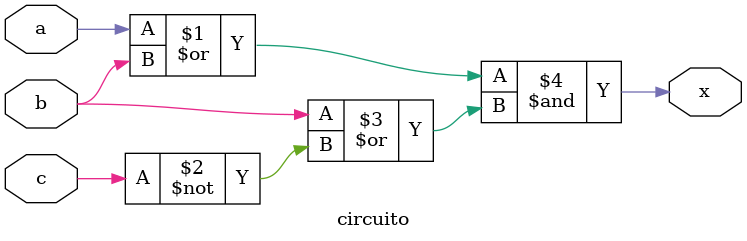
<source format=sv>

module circuito (a, b, c, x );

input a, b, c;
output x;


assign x = (a | b) & (b |~c);

    
endmodule
</source>
